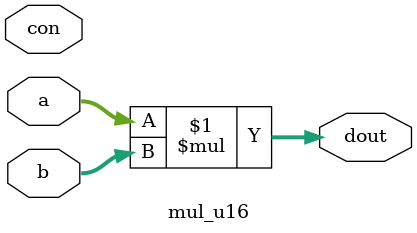
<source format=v>

module mul_u16 (
	a, b, dout, con
);
	input [15:0] a, b;
	output [31:0] dout;
	input con;

	// -> Èµ 16x16=32 rbgæZ
	assign dout = a * b;

endmodule

</source>
